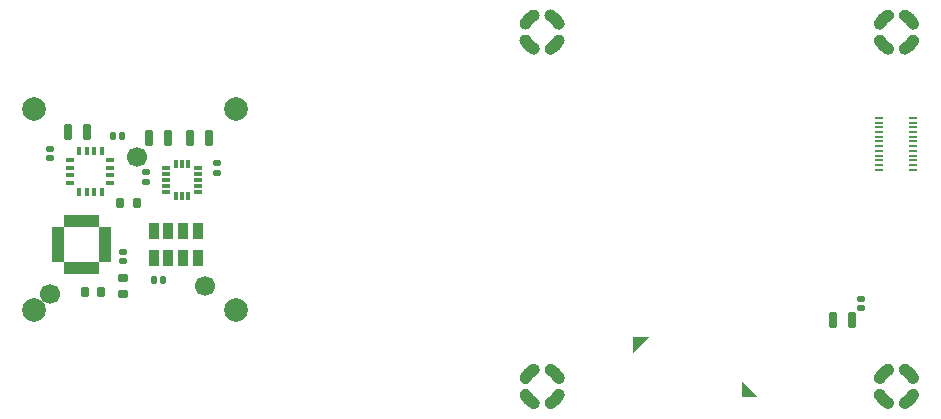
<source format=gts>
G04 Layer_Color=8388736*
%FSAX42Y42*%
%MOMM*%
G71*
G01*
G75*
%ADD13R,0.30X0.66*%
%ADD14R,0.66X0.30*%
%ADD15R,0.70X0.20*%
G04:AMPARAMS|DCode=16|XSize=0.71mm|YSize=1.32mm|CornerRadius=0.18mm|HoleSize=0mm|Usage=FLASHONLY|Rotation=180.000|XOffset=0mm|YOffset=0mm|HoleType=Round|Shape=RoundedRectangle|*
%AMROUNDEDRECTD16*
21,1,0.71,0.97,0,0,180.0*
21,1,0.36,1.32,0,0,180.0*
1,1,0.36,-0.18,0.48*
1,1,0.36,0.18,0.48*
1,1,0.36,0.18,-0.48*
1,1,0.36,-0.18,-0.48*
%
%ADD16ROUNDEDRECTD16*%
G04:AMPARAMS|DCode=17|XSize=0.61mm|YSize=0.91mm|CornerRadius=0.15mm|HoleSize=0mm|Usage=FLASHONLY|Rotation=0.000|XOffset=0mm|YOffset=0mm|HoleType=Round|Shape=RoundedRectangle|*
%AMROUNDEDRECTD17*
21,1,0.61,0.61,0,0,0.0*
21,1,0.30,0.91,0,0,0.0*
1,1,0.30,0.15,-0.30*
1,1,0.30,-0.15,-0.30*
1,1,0.30,-0.15,0.30*
1,1,0.30,0.15,0.30*
%
%ADD17ROUNDEDRECTD17*%
G04:AMPARAMS|DCode=18|XSize=0.51mm|YSize=0.61mm|CornerRadius=0.13mm|HoleSize=0mm|Usage=FLASHONLY|Rotation=90.000|XOffset=0mm|YOffset=0mm|HoleType=Round|Shape=RoundedRectangle|*
%AMROUNDEDRECTD18*
21,1,0.51,0.36,0,0,90.0*
21,1,0.25,0.61,0,0,90.0*
1,1,0.25,0.18,0.13*
1,1,0.25,0.18,-0.13*
1,1,0.25,-0.18,-0.13*
1,1,0.25,-0.18,0.13*
%
%ADD18ROUNDEDRECTD18*%
G04:AMPARAMS|DCode=19|XSize=0.51mm|YSize=0.61mm|CornerRadius=0.13mm|HoleSize=0mm|Usage=FLASHONLY|Rotation=0.000|XOffset=0mm|YOffset=0mm|HoleType=Round|Shape=RoundedRectangle|*
%AMROUNDEDRECTD19*
21,1,0.51,0.36,0,0,0.0*
21,1,0.25,0.61,0,0,0.0*
1,1,0.25,0.13,-0.18*
1,1,0.25,-0.13,-0.18*
1,1,0.25,-0.13,0.18*
1,1,0.25,0.13,0.18*
%
%ADD19ROUNDEDRECTD19*%
G04:AMPARAMS|DCode=20|XSize=0.61mm|YSize=0.91mm|CornerRadius=0.15mm|HoleSize=0mm|Usage=FLASHONLY|Rotation=270.000|XOffset=0mm|YOffset=0mm|HoleType=Round|Shape=RoundedRectangle|*
%AMROUNDEDRECTD20*
21,1,0.61,0.61,0,0,270.0*
21,1,0.30,0.91,0,0,270.0*
1,1,0.30,-0.30,-0.15*
1,1,0.30,-0.30,0.15*
1,1,0.30,0.30,0.15*
1,1,0.30,0.30,-0.15*
%
%ADD20ROUNDEDRECTD20*%
%ADD22C,1.00*%
%ADD38R,0.51X1.02*%
%ADD39R,1.02X0.51*%
%ADD40R,0.81X1.32*%
%ADD41C,0.10*%
%ADD42C,2.00*%
%ADD43C,1.70*%
G36*
X012031Y004913D02*
X011896D01*
Y005048D01*
X012031Y004913D01*
D02*
G37*
G36*
X010970Y005287D02*
Y005422D01*
X011104D01*
X010970Y005287D01*
D02*
G37*
D13*
X007100Y006887D02*
D03*
X007150D02*
D03*
X007201D02*
D03*
Y006613D02*
D03*
X007150D02*
D03*
X007100D02*
D03*
X006278Y006650D02*
D03*
X006343D02*
D03*
X006408D02*
D03*
X006473D02*
D03*
Y006990D02*
D03*
X006408D02*
D03*
X006343D02*
D03*
X006278D02*
D03*
D14*
X007287Y006852D02*
D03*
Y006801D02*
D03*
Y006750D02*
D03*
Y006700D02*
D03*
Y006650D02*
D03*
X007013D02*
D03*
Y006700D02*
D03*
Y006750D02*
D03*
Y006801D02*
D03*
Y006852D02*
D03*
X006205Y006917D02*
D03*
Y006852D02*
D03*
Y006787D02*
D03*
Y006722D02*
D03*
X006545D02*
D03*
Y006787D02*
D03*
Y006852D02*
D03*
Y006917D02*
D03*
D15*
X013056Y007274D02*
D03*
Y006834D02*
D03*
X013344Y007274D02*
D03*
Y006834D02*
D03*
Y006874D02*
D03*
Y006914D02*
D03*
Y006954D02*
D03*
Y006994D02*
D03*
Y007034D02*
D03*
X013056Y006874D02*
D03*
Y006914D02*
D03*
Y006954D02*
D03*
Y006994D02*
D03*
Y007034D02*
D03*
Y007234D02*
D03*
Y007194D02*
D03*
Y007154D02*
D03*
Y007114D02*
D03*
Y007074D02*
D03*
X013344Y007234D02*
D03*
Y007194D02*
D03*
Y007154D02*
D03*
Y007114D02*
D03*
Y007074D02*
D03*
D16*
X012826Y005560D02*
D03*
X012666D02*
D03*
X007030Y007100D02*
D03*
X006870D02*
D03*
X007380D02*
D03*
X007220D02*
D03*
X006344Y007153D02*
D03*
X006184D02*
D03*
D17*
X006466Y005796D02*
D03*
X006326D02*
D03*
X006770Y006550D02*
D03*
X006630D02*
D03*
D18*
X012900Y005740D02*
D03*
Y005660D02*
D03*
X006650Y006140D02*
D03*
Y006060D02*
D03*
X006850Y006732D02*
D03*
Y006812D02*
D03*
X007450Y006810D02*
D03*
Y006890D02*
D03*
X006035Y007014D02*
D03*
Y006934D02*
D03*
D19*
X006990Y005900D02*
D03*
X006910D02*
D03*
X006644Y007117D02*
D03*
X006564D02*
D03*
D20*
X006650Y005780D02*
D03*
Y005920D02*
D03*
D22*
X010059Y007929D02*
G03*
X010129Y007859I000141J000071D01*
G01*
X010271D02*
G03*
X010341Y007929I-000071J000141D01*
G01*
Y008071D02*
G03*
X010271Y008141I-000141J-000071D01*
G01*
X010129D02*
G03*
X010059Y008071I000071J-000141D01*
G01*
X013129Y005141D02*
G03*
X013059Y005071I000071J-000141D01*
G01*
X013341D02*
G03*
X013271Y005141I-000141J-000071D01*
G01*
Y004859D02*
G03*
X013341Y004929I-000071J000141D01*
G01*
X013059D02*
G03*
X013129Y004859I000141J000071D01*
G01*
X013059Y007929D02*
G03*
X013129Y007859I000141J000071D01*
G01*
X013271D02*
G03*
X013341Y007929I-000071J000141D01*
G01*
Y008071D02*
G03*
X013271Y008141I-000141J-000071D01*
G01*
X013129D02*
G03*
X013059Y008071I000071J-000141D01*
G01*
X010129Y005141D02*
G03*
X010059Y005071I000071J-000141D01*
G01*
X010341D02*
G03*
X010271Y005141I-000141J-000071D01*
G01*
Y004859D02*
G03*
X010341Y004929I-000071J000141D01*
G01*
X010059D02*
G03*
X010129Y004859I000141J000071D01*
G01*
D38*
X006175Y006401D02*
D03*
X006225D02*
D03*
X006275D02*
D03*
X006325D02*
D03*
X006376D02*
D03*
X006427D02*
D03*
Y006000D02*
D03*
X006376D02*
D03*
X006325D02*
D03*
X006275D02*
D03*
X006225D02*
D03*
X006175D02*
D03*
D39*
X006501Y006327D02*
D03*
Y006276D02*
D03*
Y006225D02*
D03*
Y006175D02*
D03*
Y006125D02*
D03*
Y006075D02*
D03*
X006100D02*
D03*
Y006125D02*
D03*
Y006175D02*
D03*
Y006225D02*
D03*
Y006276D02*
D03*
Y006327D02*
D03*
D40*
X006912Y006090D02*
D03*
X007036D02*
D03*
X007162D02*
D03*
X007288D02*
D03*
Y006312D02*
D03*
X007162D02*
D03*
X007036D02*
D03*
X006912D02*
D03*
D41*
X010200Y008000D02*
D03*
X013200Y005000D02*
D03*
Y008000D02*
D03*
X010200Y005000D02*
D03*
D42*
X005900Y007350D02*
D03*
X007606Y007349D02*
D03*
Y005650D02*
D03*
X005900Y005651D02*
D03*
D43*
X006037Y005780D02*
D03*
X006767Y006942D02*
D03*
X007348Y005852D02*
D03*
M02*

</source>
